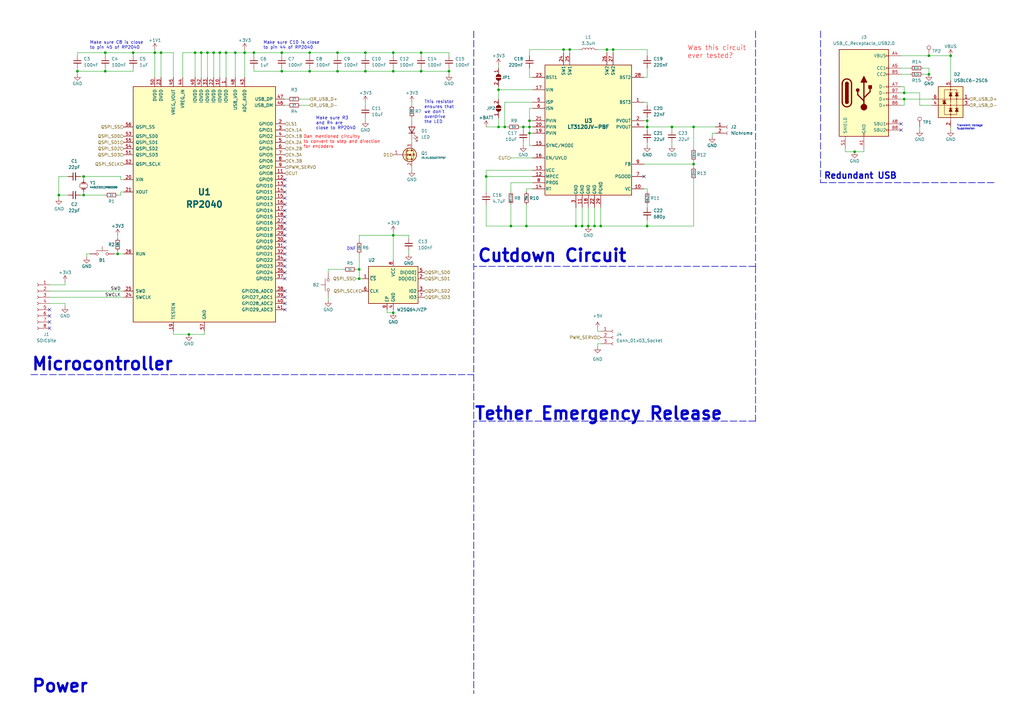
<source format=kicad_sch>
(kicad_sch (version 20230121) (generator eeschema)
  (paper "A3")
  (junction (at 275.59 52.07))
  (junction (at 127 29.21))
  (junction (at 265.43 52.07))
  (junction (at 63.5 21.59))
  (junction (at 87.63 21.59))
  (junction (at 34.29 80.01))
  (junction (at 204.47 52.07))
  (junction (at 90.17 21.59))
  (junction (at 172.72 29.21))
  (junction (at 236.22 92.71))
  (junction (at 161.29 29.21))
  (junction (at 34.29 72.39))
  (junction (at 233.68 20.32))
  (junction (at 115.57 21.59))
  (junction (at 92.71 21.59))
  (junction (at 243.84 92.71))
  (junction (at 381 22.86))
  (junction (at 214.63 52.07))
  (junction (at 138.43 21.59))
  (junction (at 231.14 20.32))
  (junction (at 246.38 92.71))
  (junction (at 184.15 29.21))
  (junction (at 161.29 96.52))
  (junction (at 80.01 21.59))
  (junction (at 284.48 52.07))
  (junction (at 265.43 92.71))
  (junction (at 66.04 21.59))
  (junction (at 207.01 52.07))
  (junction (at 77.47 137.16))
  (junction (at 370.84 40.64))
  (junction (at 147.32 114.3))
  (junction (at 96.52 21.59))
  (junction (at 251.46 20.32))
  (junction (at 389.89 22.86))
  (junction (at 100.33 21.59))
  (junction (at 238.76 92.71))
  (junction (at 217.17 52.07))
  (junction (at 248.92 20.32))
  (junction (at 381 30.48))
  (junction (at 209.55 92.71))
  (junction (at 43.18 29.21))
  (junction (at 217.17 49.53))
  (junction (at 241.3 92.71))
  (junction (at 48.26 104.14))
  (junction (at 161.29 21.59))
  (junction (at 31.75 29.21))
  (junction (at 265.43 49.53))
  (junction (at 127 21.59))
  (junction (at 217.17 54.61))
  (junction (at 370.84 38.1))
  (junction (at 149.86 21.59))
  (junction (at 138.43 29.21))
  (junction (at 149.86 29.21))
  (junction (at 204.47 36.83))
  (junction (at 104.14 21.59))
  (junction (at 115.57 29.21))
  (junction (at 199.39 72.39))
  (junction (at 147.32 110.49))
  (junction (at 172.72 21.59))
  (junction (at 24.13 80.01))
  (junction (at 43.18 21.59))
  (junction (at 161.29 128.27))
  (junction (at 82.55 21.59))
  (junction (at 284.48 67.31))
  (junction (at 54.61 21.59))
  (junction (at 350.52 62.23))
  (junction (at 215.9 92.71))
  (junction (at 85.09 21.59))
  (no_connect (at 20.32 132.08))
  (no_connect (at 116.84 99.06))
  (no_connect (at 116.84 101.6))
  (no_connect (at 20.32 134.62))
  (no_connect (at 116.84 81.28))
  (no_connect (at 369.57 53.34))
  (no_connect (at 116.84 76.2))
  (no_connect (at 116.84 127))
  (no_connect (at 116.84 96.52))
  (no_connect (at 264.16 72.39))
  (no_connect (at 116.84 91.44))
  (no_connect (at 116.84 88.9))
  (no_connect (at 116.84 86.36))
  (no_connect (at 116.84 111.76))
  (no_connect (at 20.32 127))
  (no_connect (at 116.84 106.68))
  (no_connect (at 116.84 114.3))
  (no_connect (at 116.84 109.22))
  (no_connect (at 369.57 50.8))
  (no_connect (at 20.32 129.54))
  (no_connect (at 116.84 104.14))
  (no_connect (at 116.84 93.98))
  (no_connect (at 116.84 124.46))
  (no_connect (at 116.84 73.66))
  (no_connect (at 116.84 78.74))
  (no_connect (at 116.84 83.82))
  (no_connect (at 116.84 119.38))
  (no_connect (at 116.84 121.92))
  (wire (pts (xy 147.32 96.52) (xy 147.32 99.06)))
  (wire (pts (xy 34.29 72.39) (xy 49.53 72.39)))
  (wire (pts (xy 63.5 20.32) (xy 63.5 21.59)))
  (wire (pts (xy 209.55 83.82) (xy 209.55 92.71)))
  (wire (pts (xy 284.48 73.66) (xy 284.48 92.71)))
  (wire (pts (xy 82.55 31.75) (xy 82.55 21.59)))
  (wire (pts (xy 214.63 58.42) (xy 214.63 59.69)))
  (wire (pts (xy 199.39 92.71) (xy 199.39 83.82)))
  (wire (pts (xy 209.55 64.77) (xy 218.44 64.77)))
  (wire (pts (xy 43.18 22.86) (xy 43.18 21.59)))
  (wire (pts (xy 218.44 77.47) (xy 215.9 77.47)))
  (wire (pts (xy 231.14 20.32) (xy 233.68 20.32)))
  (wire (pts (xy 204.47 26.67) (xy 204.47 27.94)))
  (polyline (pts (xy 309.88 12.7) (xy 309.88 109.22)) (stroke (width 0.254) (type dash)))
  (wire (pts (xy 217.17 20.32) (xy 231.14 20.32)))
  (wire (pts (xy 275.59 58.42) (xy 275.59 59.69)))
  (wire (pts (xy 231.14 21.59) (xy 231.14 20.32)))
  (wire (pts (xy 217.17 44.45) (xy 218.44 44.45)))
  (wire (pts (xy 134.62 110.49) (xy 134.62 111.76)))
  (wire (pts (xy 87.63 21.59) (xy 90.17 21.59)))
  (wire (pts (xy 161.29 21.59) (xy 161.29 22.86)))
  (wire (pts (xy 147.32 110.49) (xy 147.32 114.3)))
  (wire (pts (xy 161.29 96.52) (xy 161.29 106.68)))
  (wire (pts (xy 265.43 43.18) (xy 265.43 41.91)))
  (wire (pts (xy 369.57 22.86) (xy 381 22.86)))
  (wire (pts (xy 24.13 72.39) (xy 24.13 80.01)))
  (wire (pts (xy 377.19 38.1) (xy 377.19 43.18)))
  (wire (pts (xy 24.13 72.39) (xy 27.94 72.39)))
  (wire (pts (xy 265.43 92.71) (xy 284.48 92.71)))
  (wire (pts (xy 116.84 40.64) (xy 118.11 40.64)))
  (wire (pts (xy 43.18 29.21) (xy 54.61 29.21)))
  (wire (pts (xy 66.04 21.59) (xy 63.5 21.59)))
  (wire (pts (xy 264.16 31.75) (xy 265.43 31.75)))
  (wire (pts (xy 35.56 104.14) (xy 36.83 104.14)))
  (wire (pts (xy 20.32 121.92) (xy 50.8 121.92)))
  (wire (pts (xy 265.43 78.74) (xy 265.43 77.47)))
  (wire (pts (xy 77.47 137.16) (xy 71.12 137.16)))
  (wire (pts (xy 238.76 92.71) (xy 236.22 92.71)))
  (wire (pts (xy 265.43 52.07) (xy 265.43 49.53)))
  (wire (pts (xy 264.16 49.53) (xy 265.43 49.53)))
  (wire (pts (xy 369.57 30.48) (xy 373.38 30.48)))
  (wire (pts (xy 161.29 127) (xy 161.29 128.27)))
  (wire (pts (xy 92.71 21.59) (xy 92.71 31.75)))
  (wire (pts (xy 218.44 74.93) (xy 209.55 74.93)))
  (wire (pts (xy 168.91 57.15) (xy 168.91 58.42)))
  (wire (pts (xy 149.86 21.59) (xy 138.43 21.59)))
  (wire (pts (xy 54.61 21.59) (xy 63.5 21.59)))
  (wire (pts (xy 265.43 31.75) (xy 265.43 27.94)))
  (wire (pts (xy 284.48 68.58) (xy 284.48 67.31)))
  (wire (pts (xy 215.9 92.71) (xy 209.55 92.71)))
  (wire (pts (xy 389.89 52.07) (xy 389.89 53.34)))
  (wire (pts (xy 217.17 49.53) (xy 217.17 52.07)))
  (wire (pts (xy 80.01 21.59) (xy 82.55 21.59)))
  (wire (pts (xy 213.36 52.07) (xy 214.63 52.07)))
  (wire (pts (xy 265.43 83.82) (xy 265.43 85.09)))
  (wire (pts (xy 346.71 60.96) (xy 346.71 62.23)))
  (wire (pts (xy 147.32 96.52) (xy 161.29 96.52)))
  (wire (pts (xy 92.71 21.59) (xy 96.52 21.59)))
  (wire (pts (xy 377.19 43.18) (xy 382.27 43.18)))
  (wire (pts (xy 184.15 29.21) (xy 184.15 30.48)))
  (wire (pts (xy 82.55 21.59) (xy 85.09 21.59)))
  (wire (pts (xy 377.19 52.07) (xy 377.19 53.34)))
  (wire (pts (xy 48.26 104.14) (xy 50.8 104.14)))
  (wire (pts (xy 138.43 27.94) (xy 138.43 29.21)))
  (wire (pts (xy 217.17 44.45) (xy 217.17 49.53)))
  (wire (pts (xy 204.47 35.56) (xy 204.47 36.83)))
  (wire (pts (xy 26.67 124.46) (xy 20.32 124.46)))
  (wire (pts (xy 48.26 80.01) (xy 49.53 80.01)))
  (wire (pts (xy 265.43 58.42) (xy 265.43 59.69)))
  (wire (pts (xy 33.02 80.01) (xy 34.29 80.01)))
  (wire (pts (xy 80.01 31.75) (xy 80.01 21.59)))
  (wire (pts (xy 85.09 21.59) (xy 87.63 21.59)))
  (wire (pts (xy 123.19 43.18) (xy 127 43.18)))
  (wire (pts (xy 104.14 21.59) (xy 104.14 22.86)))
  (wire (pts (xy 50.8 73.66) (xy 49.53 73.66)))
  (wire (pts (xy 215.9 83.82) (xy 215.9 92.71)))
  (wire (pts (xy 172.72 29.21) (xy 184.15 29.21)))
  (wire (pts (xy 85.09 31.75) (xy 85.09 21.59)))
  (wire (pts (xy 218.44 59.69) (xy 217.17 59.69)))
  (wire (pts (xy 218.44 49.53) (xy 217.17 49.53)))
  (wire (pts (xy 115.57 22.86) (xy 115.57 21.59)))
  (wire (pts (xy 115.57 29.21) (xy 127 29.21)))
  (wire (pts (xy 167.64 97.79) (xy 167.64 96.52)))
  (wire (pts (xy 245.11 140.97) (xy 246.38 140.97)))
  (wire (pts (xy 134.62 110.49) (xy 140.97 110.49)))
  (wire (pts (xy 34.29 72.39) (xy 33.02 72.39)))
  (wire (pts (xy 168.91 68.58) (xy 168.91 69.85)))
  (wire (pts (xy 77.47 137.16) (xy 83.82 137.16)))
  (wire (pts (xy 31.75 21.59) (xy 43.18 21.59)))
  (wire (pts (xy 251.46 21.59) (xy 251.46 20.32)))
  (wire (pts (xy 149.86 27.94) (xy 149.86 29.21)))
  (wire (pts (xy 161.29 95.25) (xy 161.29 96.52)))
  (wire (pts (xy 265.43 52.07) (xy 265.43 53.34)))
  (wire (pts (xy 34.29 78.74) (xy 34.29 80.01)))
  (wire (pts (xy 48.26 96.52) (xy 48.26 97.79)))
  (wire (pts (xy 66.04 31.75) (xy 66.04 21.59)))
  (wire (pts (xy 149.86 21.59) (xy 149.86 22.86)))
  (wire (pts (xy 31.75 29.21) (xy 31.75 30.48)))
  (wire (pts (xy 284.48 52.07) (xy 293.37 52.07)))
  (wire (pts (xy 46.99 104.14) (xy 48.26 104.14)))
  (wire (pts (xy 204.47 52.07) (xy 207.01 52.07)))
  (polyline (pts (xy 336.55 12.7) (xy 336.55 74.93)) (stroke (width 0.254) (type dash)))
  (wire (pts (xy 209.55 74.93) (xy 209.55 78.74)))
  (wire (pts (xy 370.84 38.1) (xy 369.57 38.1)))
  (wire (pts (xy 26.67 124.46) (xy 26.67 125.73)))
  (wire (pts (xy 199.39 69.85) (xy 199.39 72.39)))
  (wire (pts (xy 264.16 41.91) (xy 265.43 41.91)))
  (wire (pts (xy 207.01 41.91) (xy 218.44 41.91)))
  (wire (pts (xy 35.56 105.41) (xy 35.56 104.14)))
  (wire (pts (xy 381 27.94) (xy 378.46 27.94)))
  (wire (pts (xy 218.44 69.85) (xy 199.39 69.85)))
  (wire (pts (xy 217.17 31.75) (xy 217.17 27.94)))
  (polyline (pts (xy 309.88 109.22) (xy 309.88 172.72)) (stroke (width 0.254) (type dash)))
  (wire (pts (xy 236.22 85.09) (xy 236.22 92.71)))
  (wire (pts (xy 172.72 21.59) (xy 172.72 22.86)))
  (wire (pts (xy 50.8 78.74) (xy 49.53 78.74)))
  (wire (pts (xy 100.33 20.32) (xy 100.33 21.59)))
  (wire (pts (xy 204.47 40.64) (xy 204.47 36.83)))
  (wire (pts (xy 31.75 22.86) (xy 31.75 21.59)))
  (wire (pts (xy 217.17 52.07) (xy 218.44 52.07)))
  (wire (pts (xy 71.12 137.16) (xy 71.12 135.89)))
  (wire (pts (xy 83.82 135.89) (xy 83.82 137.16)))
  (wire (pts (xy 90.17 31.75) (xy 90.17 21.59)))
  (wire (pts (xy 184.15 21.59) (xy 172.72 21.59)))
  (wire (pts (xy 172.72 21.59) (xy 161.29 21.59)))
  (wire (pts (xy 127 22.86) (xy 127 21.59)))
  (wire (pts (xy 377.19 38.1) (xy 370.84 38.1)))
  (wire (pts (xy 284.48 60.96) (xy 284.48 52.07)))
  (wire (pts (xy 246.38 85.09) (xy 246.38 92.71)))
  (wire (pts (xy 265.43 90.17) (xy 265.43 92.71)))
  (wire (pts (xy 104.14 27.94) (xy 104.14 29.21)))
  (wire (pts (xy 370.84 35.56) (xy 370.84 38.1)))
  (wire (pts (xy 146.05 114.3) (xy 147.32 114.3)))
  (wire (pts (xy 217.17 59.69) (xy 217.17 54.61)))
  (wire (pts (xy 233.68 21.59) (xy 233.68 20.32)))
  (wire (pts (xy 34.29 73.66) (xy 34.29 72.39)))
  (wire (pts (xy 134.62 121.92) (xy 134.62 123.19)))
  (wire (pts (xy 147.32 114.3) (xy 148.59 114.3)))
  (wire (pts (xy 161.29 29.21) (xy 172.72 29.21)))
  (wire (pts (xy 146.05 110.49) (xy 147.32 110.49)))
  (wire (pts (xy 43.18 29.21) (xy 43.18 27.94)))
  (wire (pts (xy 284.48 66.04) (xy 284.48 67.31)))
  (wire (pts (xy 214.63 52.07) (xy 217.17 52.07)))
  (wire (pts (xy 48.26 104.14) (xy 48.26 102.87)))
  (wire (pts (xy 54.61 22.86) (xy 54.61 21.59)))
  (wire (pts (xy 265.43 52.07) (xy 275.59 52.07)))
  (wire (pts (xy 238.76 85.09) (xy 238.76 92.71)))
  (wire (pts (xy 20.32 119.38) (xy 50.8 119.38)))
  (wire (pts (xy 241.3 85.09) (xy 241.3 92.71)))
  (wire (pts (xy 292.1 55.88) (xy 292.1 54.61)))
  (wire (pts (xy 369.57 27.94) (xy 373.38 27.94)))
  (wire (pts (xy 215.9 77.47) (xy 215.9 78.74)))
  (wire (pts (xy 87.63 31.75) (xy 87.63 21.59)))
  (wire (pts (xy 127 21.59) (xy 138.43 21.59)))
  (wire (pts (xy 123.19 40.64) (xy 127 40.64)))
  (wire (pts (xy 241.3 92.71) (xy 238.76 92.71)))
  (wire (pts (xy 346.71 62.23) (xy 350.52 62.23)))
  (wire (pts (xy 243.84 85.09) (xy 243.84 92.71)))
  (wire (pts (xy 96.52 31.75) (xy 96.52 21.59)))
  (wire (pts (xy 370.84 40.64) (xy 370.84 43.18)))
  (wire (pts (xy 354.33 60.96) (xy 354.33 62.23)))
  (wire (pts (xy 74.93 31.75) (xy 74.93 21.59)))
  (wire (pts (xy 31.75 27.94) (xy 31.75 29.21)))
  (wire (pts (xy 381 30.48) (xy 381 27.94)))
  (wire (pts (xy 104.14 29.21) (xy 115.57 29.21)))
  (wire (pts (xy 100.33 21.59) (xy 100.33 31.75)))
  (wire (pts (xy 284.48 67.31) (xy 264.16 67.31)))
  (wire (pts (xy 217.17 22.86) (xy 217.17 20.32)))
  (wire (pts (xy 370.84 40.64) (xy 382.27 40.64)))
  (wire (pts (xy 217.17 54.61) (xy 217.17 52.07)))
  (wire (pts (xy 265.43 20.32) (xy 251.46 20.32)))
  (wire (pts (xy 31.75 29.21) (xy 43.18 29.21)))
  (wire (pts (xy 115.57 21.59) (xy 127 21.59)))
  (wire (pts (xy 24.13 80.01) (xy 27.94 80.01)))
  (wire (pts (xy 24.13 80.01) (xy 24.13 81.28)))
  (wire (pts (xy 248.92 20.32) (xy 245.11 20.32)))
  (wire (pts (xy 369.57 35.56) (xy 370.84 35.56)))
  (wire (pts (xy 43.18 21.59) (xy 54.61 21.59)))
  (polyline (pts (xy 194.31 12.7) (xy 194.31 153.67)) (stroke (width 0.254) (type dash)))
  (wire (pts (xy 381 22.86) (xy 389.89 22.86)))
  (wire (pts (xy 172.72 27.94) (xy 172.72 29.21)))
  (wire (pts (xy 214.63 52.07) (xy 214.63 53.34)))
  (wire (pts (xy 208.28 52.07) (xy 207.01 52.07)))
  (polyline (pts (xy 407.67 74.93) (xy 336.55 74.93)) (stroke (width 0.254) (type dash)))
  (wire (pts (xy 115.57 29.21) (xy 115.57 27.94)))
  (wire (pts (xy 161.29 21.59) (xy 149.86 21.59)))
  (wire (pts (xy 158.75 128.27) (xy 161.29 128.27)))
  (wire (pts (xy 184.15 22.86) (xy 184.15 21.59)))
  (polyline (pts (xy 309.88 172.72) (xy 194.31 172.72)) (stroke (width 0.254) (type dash)))
  (wire (pts (xy 245.11 134.62) (xy 245.11 135.89)))
  (wire (pts (xy 369.57 40.64) (xy 370.84 40.64)))
  (wire (pts (xy 26.67 116.84) (xy 26.67 115.57)))
  (wire (pts (xy 71.12 21.59) (xy 66.04 21.59)))
  (wire (pts (xy 167.64 96.52) (xy 161.29 96.52)))
  (wire (pts (xy 199.39 92.71) (xy 209.55 92.71)))
  (wire (pts (xy 74.93 21.59) (xy 80.01 21.59)))
  (wire (pts (xy 199.39 52.07) (xy 204.47 52.07)))
  (wire (pts (xy 49.53 73.66) (xy 49.53 72.39)))
  (wire (pts (xy 241.3 92.71) (xy 243.84 92.71)))
  (wire (pts (xy 71.12 31.75) (xy 71.12 21.59)))
  (wire (pts (xy 204.47 36.83) (xy 218.44 36.83)))
  (wire (pts (xy 158.75 127) (xy 158.75 128.27)))
  (wire (pts (xy 63.5 21.59) (xy 63.5 31.75)))
  (wire (pts (xy 26.67 116.84) (xy 20.32 116.84)))
  (wire (pts (xy 217.17 54.61) (xy 218.44 54.61)))
  (wire (pts (xy 204.47 52.07) (xy 204.47 48.26)))
  (wire (pts (xy 233.68 20.32) (xy 237.49 20.32)))
  (wire (pts (xy 147.32 104.14) (xy 147.32 110.49)))
  (wire (pts (xy 116.84 43.18) (xy 118.11 43.18)))
  (wire (pts (xy 104.14 21.59) (xy 115.57 21.59)))
  (wire (pts (xy 243.84 92.71) (xy 246.38 92.71)))
  (wire (pts (xy 168.91 41.91) (xy 168.91 43.18)))
  (polyline (pts (xy 309.88 109.22) (xy 194.31 109.22)) (stroke (width 0.254) (type dash)))
  (wire (pts (xy 245.11 142.24) (xy 245.11 140.97)))
  (wire (pts (xy 100.33 21.59) (xy 104.14 21.59)))
  (wire (pts (xy 149.86 41.91) (xy 149.86 43.18)))
  (wire (pts (xy 264.16 52.07) (xy 265.43 52.07)))
  (wire (pts (xy 149.86 48.26) (xy 149.86 49.53)))
  (wire (pts (xy 292.1 54.61) (xy 293.37 54.61)))
  (wire (pts (xy 34.29 80.01) (xy 43.18 80.01)))
  (wire (pts (xy 354.33 62.23) (xy 350.52 62.23)))
  (wire (pts (xy 389.89 22.86) (xy 389.89 33.02)))
  (wire (pts (xy 378.46 30.48) (xy 381 30.48)))
  (wire (pts (xy 246.38 92.71) (xy 265.43 92.71)))
  (wire (pts (xy 199.39 72.39) (xy 218.44 72.39)))
  (wire (pts (xy 245.11 135.89) (xy 246.38 135.89)))
  (polyline (pts (xy 194.31 153.67) (xy 194.31 284.48)) (stroke (width 0.254) (type dash)))
  (polyline (pts (xy 12.7 153.67) (xy 194.31 153.67)) (stroke (width 0.254) (type dash)))
  (wire (pts (xy 199.39 72.39) (xy 199.39 78.74)))
  (wire (pts (xy 265.43 48.26) (xy 265.43 49.53)))
  (wire (pts (xy 127 27.94) (xy 127 29.21)))
  (wire (pts (xy 275.59 52.07) (xy 275.59 53.34)))
  (wire (pts (xy 265.43 77.47) (xy 264.16 77.47)))
  (wire (pts (xy 168.91 48.26) (xy 168.91 49.53)))
  (wire (pts (xy 167.64 102.87) (xy 167.64 104.14)))
  (wire (pts (xy 138.43 29.21) (xy 149.86 29.21)))
  (wire (pts (xy 184.15 27.94) (xy 184.15 29.21)))
  (wire (pts (xy 265.43 22.86) (xy 265.43 20.32)))
  (wire (pts (xy 149.86 29.21) (xy 161.29 29.21)))
  (wire (pts (xy 236.22 92.71) (xy 215.9 92.71)))
  (wire (pts (xy 96.52 21.59) (xy 100.33 21.59)))
  (wire (pts (xy 90.17 21.59) (xy 92.71 21.59)))
  (wire (pts (xy 138.43 21.59) (xy 138.43 22.86)))
  (wire (pts (xy 161.29 27.94) (xy 161.29 29.21)))
  (wire (pts (xy 49.53 78.74) (xy 49.53 80.01)))
  (wire (pts (xy 248.92 21.59) (xy 248.92 20.32)))
  (wire (pts (xy 54.61 27.94) (xy 54.61 29.21)))
  (wire (pts (xy 127 29.21) (xy 138.43 29.21)))
  (wire (pts (xy 218.44 31.75) (xy 217.17 31.75)))
  (wire (pts (xy 275.59 52.07) (xy 284.48 52.07)))
  (wire (pts (xy 207.01 41.91) (xy 207.01 52.07)))
  (wire (pts (xy 370.84 43.18) (xy 369.57 43.18)))
  (wire (pts (xy 251.46 20.32) (xy 248.92 20.32)))
  (text "Make sure C8 is close \nto pin 45 of RP2040" (at 36.83 20.32 0) (effects (font (size 1.27 1.27)) (justify left bottom)))
  (text "Was this circuit\never tested?" (at 281.94 24.13 0) (effects (font (size 2 2)) (justify left bottom)))
  (text "Dan mentioned circuitry\nto convert to step and direction\nfor encoders" (at 124.46 60.96 0) (effects (font (size 1.27 1.27)) (justify left bottom)))
  (text "This resistor \nensures that \nwe don't \noverdrive \nthe LED" (at 173.99 50.8 0) (effects (font (size 1.27 1.27)) (justify left bottom)))
  (text "Microcontroller" (at 12.7 152.4 0) (effects (font (size 5.08 5.08) (thickness 1.016) bold) (justify left bottom)))
  (text "Make sure C10 is close \nto pin 44 of RP2040" (at 107.95 20.32 0) (effects (font (size 1.27 1.27)) (justify left bottom)))
  (text "Power" (at 12.7 284.48 0) (effects (font (size 5.08 5.08) (thickness 1.016) bold) (justify left bottom)))
  (text "DNF" (at 146.05 102.87 0) (effects (font (size 1.27 1.27)) (justify right bottom)))
  (text "Make sure R3 \nand R4 are \nclose to RP2040" (at 129.54 53.34 0) (effects (font (size 1.27 1.27)) (justify left bottom)))
  (text "Tether Emergency Release" (at 194.31 172.72 0) (effects (font (size 5.08 5.08) (thickness 1.016) bold) (justify left bottom)))
  (text "Redundant USB" (at 337.82 73.66 0) (effects (font (size 2.54 2.54) (thickness 0.508) bold) (justify left bottom)))
  (text "Cutdown Circuit" (at 195.58 107.95 0) (effects (font (size 5.08 5.08) (thickness 1.016) bold) (justify left bottom)))
  (text "Transient Voltage\nSuppression" (at 392.43 53.34 0) (effects (font (size 0.8 0.8)) (justify left bottom)))
  (label "SWCLK" (at 49.53 121.92 180))
  (label "SWD" (at 49.53 119.38 180))
  (hierarchical_label "Ch.2B" (shape input) (at 116.84 60.96 0))
  (hierarchical_label "QSPI_SD2" (shape input) (at 50.8 60.96 180))
  (hierarchical_label "CUT" (shape input) (at 116.84 71.12 0))
  (hierarchical_label "Ch.1A" (shape input) (at 116.84 53.34 0))
  (hierarchical_label "QSPI_SD0" (shape input) (at 50.8 55.88 180))
  (hierarchical_label "CUT" (shape input) (at 209.55 64.77 180))
  (hierarchical_label "QSPI_SD0" (shape input) (at 173.99 111.76 0))
  (hierarchical_label "Ch.3A" (shape input) (at 116.84 63.5 0))
  (hierarchical_label "Ch.2A" (shape input) (at 116.84 58.42 0))
  (hierarchical_label "R_USB_D-" (shape input) (at 397.51 43.18 0))
  (hierarchical_label "PWM_SERVO" (shape input) (at 246.38 138.43 180))
  (hierarchical_label "QSPI_SS" (shape input) (at 146.05 114.3 180))
  (hierarchical_label "Ch.3B" (shape input) (at 116.84 66.04 0))
  (hierarchical_label "D1" (shape input) (at 161.29 63.5 180))
  (hierarchical_label "PWM_SERVO" (shape input) (at 116.84 68.58 0))
  (hierarchical_label "R_USB_D+" (shape input) (at 397.51 40.64 0))
  (hierarchical_label "LS1" (shape input) (at 116.84 50.8 0))
  (hierarchical_label "QSPI_SD3" (shape input) (at 173.99 121.92 0))
  (hierarchical_label "QSPI_SD1" (shape input) (at 173.99 114.3 0))
  (hierarchical_label "QSPI_SS" (shape input) (at 50.8 52.07 180))
  (hierarchical_label "QSPI_SCLK" (shape input) (at 148.59 119.38 180))
  (hierarchical_label "QSPI_SCLK" (shape input) (at 50.8 67.31 180))
  (hierarchical_label "QSPI_SD1" (shape input) (at 50.8 58.42 180))
  (hierarchical_label "QSPI_SD2" (shape input) (at 173.99 119.38 0))
  (hierarchical_label "Ch.1B" (shape input) (at 116.84 55.88 0))
  (hierarchical_label "R_USB_D+" (shape input) (at 127 40.64 0))
  (hierarchical_label "R_USB_D-" (shape input) (at 127 43.18 0))
  (hierarchical_label "QSPI_SD3" (shape input) (at 50.8 63.5 180))
  (symbol (lib_id "Device:C_Small") (at 184.15 25.4 0) (unit 1)
    (property "Reference" "C15" (at 186.69 24.13 0) (effects (justify left)))
    (property "Value" "100nF" (at 186.69 26.67 0) (effects (justify left)))
    (property "Footprint" "Capacitor_SMD:C_0402_1005Metric" (effects hide))
  )
  (symbol (lib_id "Connector:Conn_01x08_Female") (at 15.24 124.46 0) (mirror y) (unit 1)
    (property "Reference" "J1" (at 19.05 137.16 0))
    (property "Value" "SOICbite" (at 19.05 139.7 0))
    (property "Footprint" "Rudolph_Lib:SOIC_clipProgSmall" (effects hide))
  )
  (symbol (lib_id "Connector:Conn_01x02_Socket") (at 298.45 52.07 0) (unit 1)
    (property "Reference" "J2" (at 299.72 52.07 0) (effects (justify left)))
    (property "Value" "Nichrome" (at 299.72 54.61 0) (effects (justify left)))
    (property "Footprint" "Connector_PinHeader_2.54mm:PinHeader_1x02_P2.54mm_Vertical" (effects hide))
  )
  (symbol (lib_id "power:GND") (at 381 30.48 0) (unit 1)
    (property "Reference" "#PWR028" (effects hide))
    (property "Value" "GND" (at 381 34.29 0))
  )
  (symbol (lib_id "Device:R_Small") (at 215.9 81.28 0) (unit 1)
    (property "Reference" "R10" (at 217.17 81.28 0) (effects (justify left)))
    (property "Value" "75k" (at 215.9 81.28 90) (effects (font (size 0.8 0.8))))
    (property "Footprint" "Resistor_SMD:R_0603_1608Metric_Pad0.98x0.95mm_HandSolder" (effects hide))
  )
  (symbol (lib_id "Device:R_Small") (at 120.65 40.64 90) (unit 1)
    (property "Reference" "R3" (at 120.65 36.83 90))
    (property "Value" "27" (at 120.65 40.64 90) (effects (font (size 0.8 0.8))))
    (property "Footprint" "Resistor_SMD:R_0402_1005Metric" (effects hide))
  )
  (symbol (lib_id "Device:R_Small") (at 375.92 27.94 90) (unit 1)
    (property "Reference" "R14" (at 375.92 25.4 90))
    (property "Value" "5.1k" (at 375.92 27.94 90) (effects (font (size 0.8 0.8))))
    (property "Footprint" "Resistor_SMD:R_0402_1005Metric" (effects hide))
  )
  (symbol (lib_id "power:+3V3") (at 26.67 115.57 0) (mirror y) (unit 1)
    (property "Reference" "#PWR02" (effects hide))
    (property "Value" "+3V3" (at 26.67 111.76 0))
  )
  (symbol (lib_id "Jumper:SolderJumper_2_Open") (at 204.47 44.45 270) (mirror x) (unit 1)
    (property "Reference" "JP2" (at 203.2 44.45 90) (effects (justify right)))
    (property "Value" "SolderJumper_2_Open" (effects hide))
    (property "Footprint" "Jumper:SolderJumper-2_P1.3mm_Open_TrianglePad1.0x1.5mm" (effects hide))
  )
  (symbol (lib_id "Device:C_Small") (at 265.43 87.63 0) (unit 1)
    (property "Reference" "C22" (at 267.97 86.3663 0) (effects (justify left)))
    (property "Value" "680p" (at 267.97 88.9063 0) (effects (justify left)))
    (property "Footprint" "Capacitor_SMD:C_0603_1608Metric_Pad1.08x0.95mm_HandSolder" (effects hide))
  )
  (symbol (lib_id "Device:R_Small") (at 168.91 45.72 0) (unit 1)
    (property "Reference" "R7" (at 170.18 45.72 0) (effects (justify left)))
    (property "Value" "590" (at 168.91 45.72 90) (effects (font (size 0.8 0.8))))
    (property "Footprint" "Resistor_SMD:R_0603_1608Metric" (effects hide))
  )
  (symbol (lib_id "power:GND") (at 168.91 69.85 0) (unit 1)
    (property "Reference" "#PWR017" (effects hide))
    (property "Value" "GND" (at 168.91 73.66 0))
  )
  (symbol (lib_name "GND_15") (lib_id "power:GND") (at 275.59 59.69 0) (unit 1)
    (property "Reference" "#PWR024" (effects hide))
    (property "Value" "GND" (at 275.59 63.5 0))
  )
  (symbol (lib_name "GND_1") (lib_id "power:GND") (at 245.11 142.24 0) (unit 1)
    (property "Reference" "#PWR031" (effects hide))
    (property "Value" "GND" (at 245.11 147.32 0))
  )
  (symbol (lib_id "Device:LED") (at 168.91 53.34 90) (unit 1)
    (property "Reference" "D1" (at 172.72 53.6574 90) (effects (justify right)))
    (property "Value" "LED" (at 172.72 56.1974 90) (effects (justify right)))
    (property "Footprint" "Diode_SMD:D_0603_1608Metric_Pad1.05x0.95mm_HandSolder" (effects hide))
  )
  (symbol (lib_name "GND_14") (lib_id "power:GND") (at 241.3 92.71 0) (unit 1)
    (property "Reference" "#PWR022" (effects hide))
    (property "Value" "GND" (at 241.3 96.52 0))
  )
  (symbol (lib_id "power:+3V3") (at 161.29 95.25 0) (unit 1)
    (property "Reference" "#PWR013" (effects hide))
    (property "Value" "+3V3" (at 161.29 91.44 0))
  )
  (symbol (lib_id "power:+3V3") (at 204.47 26.67 0) (unit 1)
    (property "Reference" "#PWR020" (effects hide))
    (property "Value" "+3V3" (at 204.47 22.86 0))
  )
  (symbol (lib_id "Device:C_Small") (at 275.59 55.88 0) (unit 1)
    (property "Reference" "C23" (at 278.13 54.6163 0) (effects (justify left)))
    (property "Value" "22uF" (at 278.13 57.1563 0) (effects (justify left)))
    (property "Footprint" "Capacitor_SMD:C_0603_1608Metric_Pad1.08x0.95mm_HandSolder" (effects hide))
  )
  (symbol (lib_id "Device:C_Small") (at 199.39 81.28 0) (unit 1)
    (property "Reference" "C16" (at 201.93 80.0163 0) (effects (justify left)))
    (property "Value" "4.7uF" (at 201.93 82.5563 0) (effects (justify left)))
    (property "Footprint" "Capacitor_SMD:C_0603_1608Metric_Pad1.08x0.95mm_HandSolder" (effects hide))
  )
  (symbol (lib_id "Connector:TestPoint") (at 381 22.86 0) (unit 1)
    (property "Reference" "TP2" (at 382.27 20.955 0) (effects (justify left)))
    (property "Value" "TestPoint" (effects hide))
    (property "Footprint" "TestPoint:TestPoint_Pad_D1.0mm" (effects hide))
  )
  (symbol (lib_id "Device:C_Small") (at 115.57 25.4 0) (unit 1)
    (property "Reference" "C7" (at 118.11 24.13 0) (effects (justify left)))
    (property "Value" "100nF" (at 118.11 26.67 0) (effects (justify left)))
    (property "Footprint" "Capacitor_SMD:C_0402_1005Metric" (effects hide))
  )
  (symbol (lib_id "MCU_RaspberryPi:RP2040") (at 83.82 83.82 0) (unit 1)
    (property "Reference" "U1" (at 83.82 78.74 0) (effects (font (size 2.54 2.54) bold)))
    (property "Value" "RP2040" (at 83.82 83.82 0) (effects (font (size 2.54 2.54) bold)))
    (property "Footprint" "Rudolph_Lib:RP2040-QFN-56" (effects hide))
  )
  (symbol (lib_id "Device:C_Small") (at 138.43 25.4 0) (unit 1)
    (property "Reference" "C9" (at 140.97 24.13 0) (effects (justify left)))
    (property "Value" "100nF" (at 140.97 26.67 0) (effects (justify left)))
    (property "Footprint" "Capacitor_SMD:C_0402_1005Metric" (effects hide))
  )
  (symbol (lib_id "power:GND") (at 149.86 49.53 0) (unit 1)
    (property "Reference" "#PWR012" (effects hide))
    (property "Value" "GND" (at 149.86 53.34 0))
  )
  (symbol (lib_id "Device:C_Small") (at 167.64 100.33 0) (unit 1)
    (property "Reference" "C13" (at 171.45 99.0662 0) (effects (justify left)))
    (property "Value" "100nF" (at 171.45 101.6062 0) (effects (justify left)))
    (property "Footprint" "Capacitor_SMD:C_0402_1005Metric" (effects hide))
  )
  (symbol (lib_id "Device:C_Small") (at 214.63 55.88 0) (mirror y) (unit 1)
    (property "Reference" "C17" (at 212.09 54.6163 0) (effects (justify left)))
    (property "Value" "10uF" (at 212.09 57.1563 0) (effects (justify left)))
    (property "Footprint" "Capacitor_SMD:C_0603_1608Metric_Pad1.08x0.95mm_HandSolder" (effects hide))
  )
  (symbol (lib_id "Jumper:SolderJumper_2_Open") (at 204.47 31.75 90) (mirror x) (unit 1)
    (property "Reference" "JP1" (at 205.74 31.75 90) (effects (justify right)))
    (property "Value" "SolderJumper_2_Open" (effects hide))
    (property "Footprint" "Jumper:SolderJumper-2_P1.3mm_Open_TrianglePad1.0x1.5mm" (effects hide))
  )
  (symbol (lib_id "power:GND") (at 377.19 53.34 0) (unit 1)
    (property "Reference" "#PWR027" (effects hide))
    (property "Value" "GND" (at 377.19 57.15 0))
  )
  (symbol (lib_name "GND_15") (lib_id "power:GND") (at 265.43 59.69 0) (unit 1)
    (property "Reference" "#PWR023" (effects hide))
    (property "Value" "GND" (at 265.43 63.5 0))
  )
  (symbol (lib_id "Device:C_Small") (at 149.86 45.72 0) (unit 1)
    (property "Reference" "C11" (at 152.4 44.45 0) (effects (justify left)))
    (property "Value" "10uF" (at 152.4 46.99 0) (effects (justify left)))
    (property "Footprint" "Capacitor_SMD:C_0603_1608Metric" (effects hide))
  )
  (symbol (lib_id "power:+3V3") (at 149.86 41.91 0) (unit 1)
    (property "Reference" "#PWR011" (effects hide))
    (property "Value" "+3V3" (at 149.86 38.1 0))
  )
  (symbol (lib_id "power:GND") (at 167.64 104.14 0) (unit 1)
    (property "Reference" "#PWR015" (effects hide))
    (property "Value" "GND" (at 167.64 107.95 0))
  )
  (symbol (lib_id "power:GND") (at 134.62 123.19 0) (unit 1)
    (property "Reference" "#PWR010" (effects hide))
    (property "Value" "GND" (at 134.62 127 0))
  )
  (symbol (lib_id "power:GND") (at 24.13 81.28 0) (unit 1)
    (property "Reference" "#PWR01" (effects hide))
    (property "Value" "GND" (at 24.257 85.6742 0))
  )
  (symbol (lib_id "power:GND") (at 389.89 53.34 0) (unit 1)
    (property "Reference" "#PWR030" (effects hide))
    (property "Value" "GND" (at 389.89 57.15 0))
  )
  (symbol (lib_id "Device:C_Small") (at 217.17 25.4 0) (mirror x) (unit 1)
    (property "Reference" "C18" (at 214.63 24.1236 0) (effects (justify right)))
    (property "Value" "220nF" (at 214.63 26.6636 0) (effects (justify right)))
    (property "Footprint" "Capacitor_SMD:C_0603_1608Metric_Pad1.08x0.95mm_HandSolder" (effects hide))
  )
  (symbol (lib_id "Device:C_Small") (at 54.61 25.4 0) (unit 1)
    (property "Reference" "C5" (at 57.15 24.13 0) (effects (justify left)))
    (property "Value" "1uF" (at 57.15 26.67 0) (effects (justify left)))
    (property "Footprint" "Capacitor_SMD:C_0402_1005Metric" (effects hide))
  )
  (symbol (lib_id "Device:R_Small") (at 284.48 71.12 0) (unit 1)
    (property "Reference" "R13" (at 285.75 71.12 0) (effects (justify left)))
    (property "Value" "154k" (at 284.48 71.12 90) (effects (font (size 0.8 0.8))))
    (property "Footprint" "Resistor_SMD:R_0603_1608Metric_Pad0.98x0.95mm_HandSolder" (effects hide))
  )
  (symbol (lib_id "Device:R_Small") (at 45.72 80.01 90) (unit 1)
    (property "Reference" "R1" (at 45.72 82.55 90))
    (property "Value" "1k" (at 45.72 80.01 90) (effects (font (size 0.8 0.8))))
    (property "Footprint" "Resistor_SMD:R_0402_1005Metric" (effects hide))
  )
  (symbol (lib_id "Device:R_Small") (at 265.43 81.28 0) (unit 1)
    (property "Reference" "R11" (at 266.7 81.28 0) (effects (justify left)))
    (property "Value" "56.2k" (at 265.43 81.28 90) (effects (font (size 0.8 0.8))))
    (property "Footprint" "Resistor_SMD:R_0603_1608Metric_Pad0.98x0.95mm_HandSolder" (effects hide))
  )
  (symbol (lib_id "power:GND") (at 161.29 128.27 0) (unit 1)
    (property "Reference" "#PWR014" (effects hide))
    (property "Value" "GND" (at 161.29 132.08 0))
  )
  (symbol (lib_id "Switch:SW_Push") (at 134.62 116.84 90) (unit 1)
    (property "Reference" "B2" (at 129.54 116.84 90))
    (property "Value" "KMR2" (effects hide))
    (property "Footprint" "Button_Switch_SMD:SW_Push_1P1T_NO_CK_KMR2" (effects hide))
  )
  (symbol (lib_id "Device:C_Small") (at 31.75 25.4 0) (unit 1)
    (property "Reference" "C3" (at 34.29 24.13 0) (effects (justify left)))
    (property "Value" "100nF" (at 34.29 26.67 0) (effects (justify left)))
    (property "Footprint" "Capacitor_SMD:C_0402_1005Metric" (effects hide))
  )
  (symbol (lib_id "power:GND") (at 26.67 125.73 0) (mirror y) (unit 1)
    (property "Reference" "#PWR03" (effects hide))
    (property "Value" "GND" (at 26.67 129.54 0))
  )
  (symbol (lib_id "Connector:USB_C_Receptacle_USB2.0") (at 354.33 38.1 0) (unit 1)
    (property "Reference" "J3" (at 354.33 15.24 0))
    (property "Value" "USB_C_Receptacle_USB2.0" (at 354.33 17.78 0))
    (property "Footprint" "Connector_USB:USB_C_Receptacle_GCT_USB4105-xx-A_16P_TopMnt_Horizontal" (effects hide))
    (property "Datasheet" "https://www.usb.org/sites/default/files/documents/usb_type-c.zip" (effects hide))
  )
  (symbol (lib_id "Device:C_Small") (at 149.86 25.4 0) (unit 1)
    (property "Reference" "C10" (at 152.4 24.13 0) (effects (justify left)))
    (property "Value" "100nF" (at 152.4 26.67 0) (effects (justify left)))
    (property "Footprint" "Capacitor_SMD:C_0402_1005Metric" (effects hide))
  )
  (symbol (lib_id "power:+3V3") (at 168.91 41.91 0) (unit 1)
    (property "Reference" "#PWR016" (effects hide))
    (property "Value" "+3V3" (at 168.91 38.1 0))
  )
  (symbol (lib_id "Connector:TestPoint") (at 377.19 52.07 0) (unit 1)
    (property "Reference" "TP1" (at 378.46 50.165 0) (effects (justify left)))
    (property "Value" "TestPoint" (effects hide))
    (property "Footprint" "TestPoint:TestPoint_Pad_D1.0mm" (effects hide))
  )
  (symbol (lib_id "Device:C_Small") (at 30.48 80.01 90) (unit 1)
    (property "Reference" "C2" (at 30.48 83.82 90))
    (property "Value" "22pF" (at 30.48 86.36 90))
    (property "Footprint" "Capacitor_SMD:C_0603_1608Metric" (effects hide))
  )
  (symbol (lib_id "Device:C_Small") (at 161.29 25.4 0) (unit 1)
    (property "Reference" "C12" (at 163.83 24.13 0) (effects (justify left)))
    (property "Value" "100nF" (at 163.83 26.67 0) (effects (justify left)))
    (property "Footprint" "Capacitor_SMD:C_0402_1005Metric" (effects hide))
  )
  (symbol (lib_name "GND_16") (lib_id "power:GND") (at 292.1 55.88 0) (unit 1)
    (property "Reference" "#PWR025" (effects hide))
    (property "Value" "GND" (at 292.1 59.69 0))
  )
  (symbol (lib_id "power:+3V3") (at 48.26 96.52 0) (unit 1)
    (property "Reference" "#PWR06" (effects hide))
    (property "Value" "+3V3" (at 48.26 92.71 0))
  )
  (symbol (lib_name "GND_3") (lib_id "power:GND") (at 350.52 62.23 0) (unit 1)
    (property "Reference" "#PWR026" (effects hide))
    (property "Value" "GND" (at 350.52 66.04 0))
  )
  (symbol (lib_id "Device:C_Small") (at 265.43 55.88 0) (unit 1)
    (property "Reference" "C21" (at 267.97 54.6163 0) (effects (justify left)))
    (property "Value" "22uF" (at 267.97 57.1563 0) (effects (justify left)))
    (property "Footprint" "Capacitor_SMD:C_0603_1608Metric_Pad1.08x0.95mm_HandSolder" (effects hide))
  )
  (symbol (lib_id "power:+BATT") (at 199.39 52.07 0) (unit 1)
    (property "Reference" "#PWR019" (effects hide))
    (property "Value" "+BATT" (at 199.39 48.26 0))
  )
  (symbol (lib_id "power:+1V1") (at 63.5 20.32 0) (unit 1)
    (property "Reference" "#PWR07" (effects hide))
    (property "Value" "+1V1" (at 63.5 16.51 0))
  )
  (symbol (lib_id "power:GND") (at 184.15 30.48 0) (unit 1)
    (property "Reference" "#PWR018" (effects hide))
    (property "Value" "GND" (at 184.15 34.29 0))
  )
  (symbol (lib_id "Device:R_Small") (at 48.26 100.33 0) (unit 1)
    (property "Reference" "R2" (at 45.72 100.33 0))
    (property "Value" "10k" (at 48.26 100.33 90) (effects (font (size 0.8 0.8))))
    (property "Footprint" "Resistor_SMD:R_0402_1005Metric" (effects hide))
  )
  (symbol (lib_id "Diode_TVS_AKL:USBLC6-2SC6") (at 389.89 40.64 0) (mirror y) (unit 1)
    (property "Reference" "D2" (at 391.16 30.48 0) (effects (justify right)))
    (property "Value" "USBLC6-2SC6" (at 391.16 33.02 0) (effects (justify right)))
    (property "Footprint" "PCM_Package_TO_SOT_SMD_AKL:SOT-23-6" (effects hide))
    (property "Datasheet" "https://www.tme.eu/Document/db59d28d28a96c34f26d05f234ff409c/USBLC6-2.pdf" (effects hide))
  )
  (symbol (lib_id "Device:Crystal_Small") (at 34.29 76.2 90) (unit 1)
    (property "Reference" "Y1" (at 36.83 74.93 90) (effects (justify right)))
    (property "Value" "445I23D12M00000" (at 36.83 76.8351 90) (effects (font (size 0.8 0.8)) (justify right)))
    (property "Footprint" "Crystal:Crystal_SMD_5032-2Pin_5.0x3.2mm" (effects hide))
  )
  (symbol (lib_name "GND_18") (lib_id "power:GND") (at 214.63 59.69 0) (unit 1)
    (property "Reference" "#PWR021" (effects hide))
    (property "Value" "GND" (at 214.63 63.5 0))
  )
  (symbol (lib_id "Device:C_Small") (at 265.43 25.4 180) (unit 1)
    (property "Reference" "C19" (at 267.97 24.1236 0) (effects (justify right)))
    (property "Value" "220nF" (at 267.97 26.6636 0) (effects (justify right)))
    (property "Footprint" "Capacitor_SMD:C_0603_1608Metric_Pad1.08x0.95mm_HandSolder" (effects hide))
  )
  (symbol (lib_id "Device:C_Small") (at 172.72 25.4 0) (unit 1)
    (property "Reference" "C14" (at 175.26 24.13 0) (effects (justify left)))
    (property "Value" "100nF" (at 175.26 26.67 0) (effects (justify left)))
    (property "Footprint" "Capacitor_SMD:C_0402_1005Metric" (effects hide))
  )
  (symbol (lib_id "Device:R_Small") (at 375.92 30.48 90) (unit 1)
    (property "Reference" "R15" (at 375.92 33.02 90))
    (property "Value" "5.1k" (at 375.92 30.48 90) (effects (font (size 0.8 0.8))))
    (property "Footprint" "Resistor_SMD:R_0402_1005Metric" (effects hide))
  )
  (symbol (lib_id "Device:C_Small") (at 265.43 45.72 0) (unit 1)
    (property "Reference" "C20" (at 267.97 44.4563 0) (effects (justify left)))
    (property "Value" "22nF" (at 267.97 46.9963 0) (effects (justify left)))
    (property "Footprint" "Capacitor_SMD:C_0603_1608Metric_Pad1.08x0.95mm_HandSolder" (effects hide))
  )
  (symbol (lib_id "Switch:SW_Push") (at 41.91 104.14 0) (unit 1)
    (property "Reference" "B1" (at 41.91 106.68 0))
    (property "Value" "KMR2" (effects hide))
    (property "Footprint" "Button_Switch_SMD:SW_Push_1P1T_NO_CK_KMR2" (effects hide))
  )
  (symbol (lib_id "power:VBUS") (at 389.89 22.86 0) (unit 1)
    (property "Reference" "#PWR029" (effects hide))
    (property "Value" "VBUS" (at 389.89 19.05 0))
  )
  (symbol (lib_id "Device:L") (at 241.3 20.32 90) (unit 1)
    (property "Reference" "L1" (at 241.3 15.24 90))
    (property "Value" "3.3uH" (at 241.3 17.78 90))
    (property "Footprint" "Terminator_Lib:L_Bourns_SRP1265A" (effects hide))
  )
  (symbol (lib_id "Device:C_Small") (at 43.18 25.4 0) (unit 1)
    (property "Reference" "C4" (at 45.72 24.13 0) (effects (justify left)))
    (property "Value" "100nF" (at 45.72 26.67 0) (effects (justify left)))
    (property "Footprint" "Capacitor_SMD:C_0402_1005Metric" (effects hide))
  )
  (symbol (lib_id "Device:R_Small") (at 120.65 43.18 90) (unit 1)
    (property "Reference" "R4" (at 120.65 45.72 90))
    (property "Value" "27" (at 120.65 43.18 90) (effects (font (size 0.8 0.8))))
    (property "Footprint" "Resistor_SMD:R_0402_1005Metric" (effects hide))
  )
  (symbol (lib_id "Terminator_Lib:LT3120JV-PBF") (at 241.3 54.61 0) (unit 1)
    (property "Reference" "U3" (at 241.3 49.53 0) (effects (font (size 1.524 1.524) bold)))
    (property "Value" "LT3120JV-PBF" (at 241.3 52.07 0) (effects (font (size 1.524 1.524) bold)))
    (property "Footprint" "Terminator_Lib:LQFN28_Rev0_ADI-M" (effects hide))
    (property "Datasheet" "LT3120JV-PBF" (effects hide))
  )
  (symbol (lib_id "Memory_Flash:W25Q128JVS") (at 161.29 116.84 0) (unit 1)
    (property "Reference" "U2" (at 152.4 106.68 0))
    (property "Value" "W25Q64JVZP" (at 168.91 127 0))
    (property "Footprint" "Rudolph_Lib:W25Q64JVZP" (effects hide))
    (property "Datasheet" "http://www.winbond.com/resource-files/w25q128jv_dtr%20revc%2003272018%20plus.pdf" (effects hide))
  )
  (symbol (lib_id "power:GND") (at 77.47 137.16 0) (unit 1)
    (property "Reference" "#PWR08" (effects hide))
    (property "Value" "GND" (at 77.47 140.97 0))
  )
  (symbol (lib_id "Device:R_Small") (at 147.32 101.6 0) (unit 1)
    (property "Reference" "R6" (at 148.59 101.6 0) (effects (justify left)))
    (property "Value" "10k" (at 147.32 101.6 90) (effects (font (size 0.8 0.8))))
    (property "Footprint" "Resistor_SMD:R_0402_1005Metric" (effects hide))
  )
  (symbol (lib_id "Device:R_Small") (at 143.51 110.49 90) (unit 1)
    (property "Reference" "R5" (at 143.51 107.95 90))
    (property "Value" "1k" (at 143.51 110.49 90) (effects (font (size 0.8 0.8))))
    (property "Footprint" "Resistor_SMD:R_0402_1005Metric" (effects hide))
  )
  (symbol (lib_id "Device:R_Small") (at 210.82 52.07 90) (unit 1)
    (property "Reference" "R9" (at 210.82 49.53 90))
    (property "Value" "5m" (at 210.82 52.07 90) (effects (font (size 0.8 0.8))))
    (property "Footprint" "Resistor_SMD:R_0603_1608Metric_Pad0.98x0.95mm_HandSolder" (effects hide))
  )
  (symbol (lib_id "power:GND") (at 35.56 105.41 0) (unit 1)
    (property "Reference" "#PWR05" (effects hide))
    (property "Value" "GND" (at 35.56 109.22 0))
  )
  (symbol (lib_id "Connector:Conn_01x03_Socket") (at 251.46 138.43 0) (unit 1)
    (property "Reference" "J4" (at 252.73 137.16 0) (effects (justify left)))
    (property "Value" "Conn_01x03_Socket" (at 252.73 139.7 0) (effects (justify left)))
  )
  (symbol (lib_id "power:+3V3") (at 100.33 20.32 0) (unit 1)
    (property "Reference" "#PWR09" (effects hide))
    (property "Value" "+3V3" (at 100.33 16.51 0))
  )
  (symbol (lib_id "Device:Q_NMOS_GSD") (at 166.37 63.5 0) (unit 1)
    (property "Reference" "Q1" (at 172.72 62.865 0) (effects (justify left)))
    (property "Value" "IRLML0060TRPBF" (at 172.72 64.77 0) (effects (font (size 0.8 0.8)) (justify left)))
    (property "Footprint" "Package_TO_SOT_SMD:SOT-23-3" (effects hide))
  )
  (symbol (lib_id "power:+5V") (at 245.11 134.62 0) (unit 1)
    (property "Reference" "#PWR032" (effects hide))
    (property "Value" "+5V" (at 245.11 129.54 0))
  )
  (symbol (lib_id "power:GND") (at 31.75 30.48 0) (unit 1)
    (property "Reference" "#PWR04" (effects hide))
    (property "Value" "GND" (at 31.75 34.29 0))
  )
  (symbol (lib_id "Device:C_Small") (at 30.48 72.39 90) (unit 1)
    (property "Reference" "C1" (at 30.4863 66.04 90))
    (property "Value" "22pF" (at 30.4863 68.58 90))
    (property "Footprint" "Capacitor_SMD:C_0603_1608Metric" (effects hide))
  )
  (symbol (lib_id "Device:R_Small") (at 284.48 63.5 0) (unit 1)
    (property "Reference" "R12" (at 285.75 63.5 0) (effects (justify left)))
    (property "Value" "154k" (at 284.48 63.5 90) (effects (font (size 0.8 0.8))))
    (property "Footprint" "Resistor_SMD:R_0603_1608Metric_Pad0.98x0.95mm_HandSolder" (effects hide))
  )
  (symbol (lib_id "Device:C_Small") (at 104.14 25.4 0) (unit 1)
    (property "Reference" "C6" (at 106.68 24.13 0) (effects (justify left)))
    (property "Value" "1uF" (at 106.68 26.67 0) (effects (justify left)))
    (property "Footprint" "Capacitor_SMD:C_0402_1005Metric" (effects hide))
  )
  (symbol (lib_id "Device:C_Small") (at 127 25.4 0) (unit 1)
    (property "Reference" "C8" (at 129.54 24.13 0) (effects (justify left)))
    (property "Value" "100nF" (at 129.54 26.67 0) (effects (justify left)))
    (property "Footprint" "Capacitor_SMD:C_0402_1005Metric" (effects hide))
  )
  (symbol (lib_id "Device:R_Small") (at 209.55 81.28 0) (unit 1)
    (property "Reference" "R8" (at 210.82 81.28 0) (effects (justify left)))
    (property "Value" "81.1k" (at 209.55 81.28 90) (effects (font (size 0.8 0.8))))
    (property "Footprint" "Resistor_SMD:R_0603_1608Metric_Pad0.98x0.95mm_HandSolder" (effects hide))
  )
)
</source>
